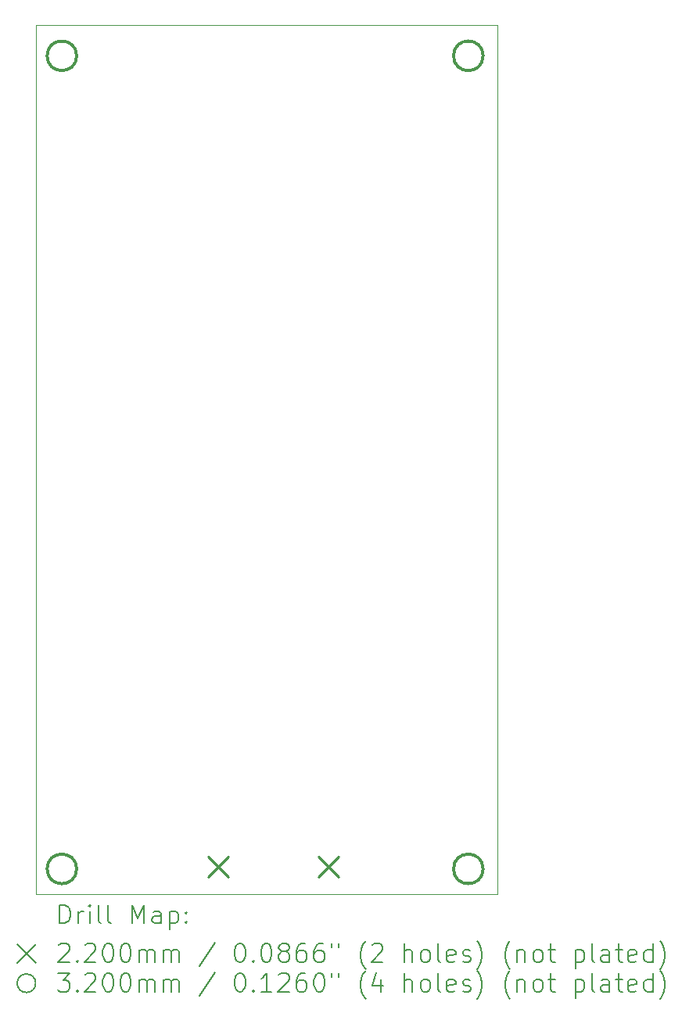
<source format=gbr>
%TF.GenerationSoftware,KiCad,Pcbnew,8.0.8-8.0.8-0~ubuntu24.04.1*%
%TF.CreationDate,2025-02-23T01:25:29-06:00*%
%TF.ProjectId,edge_human_detection_board,65646765-5f68-4756-9d61-6e5f64657465,rev?*%
%TF.SameCoordinates,Original*%
%TF.FileFunction,Drillmap*%
%TF.FilePolarity,Positive*%
%FSLAX45Y45*%
G04 Gerber Fmt 4.5, Leading zero omitted, Abs format (unit mm)*
G04 Created by KiCad (PCBNEW 8.0.8-8.0.8-0~ubuntu24.04.1) date 2025-02-23 01:25:29*
%MOMM*%
%LPD*%
G01*
G04 APERTURE LIST*
%ADD10C,0.050000*%
%ADD11C,0.200000*%
%ADD12C,0.220000*%
%ADD13C,0.320000*%
G04 APERTURE END LIST*
D10*
X8998676Y-4684868D02*
X13998676Y-4684868D01*
X13998676Y-14094868D01*
X8998676Y-14094868D01*
X8998676Y-4684868D01*
D11*
D12*
X10858676Y-13684868D02*
X11078676Y-13904868D01*
X11078676Y-13684868D02*
X10858676Y-13904868D01*
X12058676Y-13684868D02*
X12278676Y-13904868D01*
X12278676Y-13684868D02*
X12058676Y-13904868D01*
D13*
X9440000Y-5020000D02*
G75*
G02*
X9120000Y-5020000I-160000J0D01*
G01*
X9120000Y-5020000D02*
G75*
G02*
X9440000Y-5020000I160000J0D01*
G01*
X9440000Y-13820000D02*
G75*
G02*
X9120000Y-13820000I-160000J0D01*
G01*
X9120000Y-13820000D02*
G75*
G02*
X9440000Y-13820000I160000J0D01*
G01*
X13840000Y-5020000D02*
G75*
G02*
X13520000Y-5020000I-160000J0D01*
G01*
X13520000Y-5020000D02*
G75*
G02*
X13840000Y-5020000I160000J0D01*
G01*
X13840000Y-13820000D02*
G75*
G02*
X13520000Y-13820000I-160000J0D01*
G01*
X13520000Y-13820000D02*
G75*
G02*
X13840000Y-13820000I160000J0D01*
G01*
D11*
X9256953Y-14408852D02*
X9256953Y-14208852D01*
X9256953Y-14208852D02*
X9304572Y-14208852D01*
X9304572Y-14208852D02*
X9333143Y-14218376D01*
X9333143Y-14218376D02*
X9352191Y-14237423D01*
X9352191Y-14237423D02*
X9361715Y-14256471D01*
X9361715Y-14256471D02*
X9371239Y-14294566D01*
X9371239Y-14294566D02*
X9371239Y-14323137D01*
X9371239Y-14323137D02*
X9361715Y-14361233D01*
X9361715Y-14361233D02*
X9352191Y-14380280D01*
X9352191Y-14380280D02*
X9333143Y-14399328D01*
X9333143Y-14399328D02*
X9304572Y-14408852D01*
X9304572Y-14408852D02*
X9256953Y-14408852D01*
X9456953Y-14408852D02*
X9456953Y-14275518D01*
X9456953Y-14313614D02*
X9466477Y-14294566D01*
X9466477Y-14294566D02*
X9476000Y-14285042D01*
X9476000Y-14285042D02*
X9495048Y-14275518D01*
X9495048Y-14275518D02*
X9514096Y-14275518D01*
X9580762Y-14408852D02*
X9580762Y-14275518D01*
X9580762Y-14208852D02*
X9571239Y-14218376D01*
X9571239Y-14218376D02*
X9580762Y-14227899D01*
X9580762Y-14227899D02*
X9590286Y-14218376D01*
X9590286Y-14218376D02*
X9580762Y-14208852D01*
X9580762Y-14208852D02*
X9580762Y-14227899D01*
X9704572Y-14408852D02*
X9685524Y-14399328D01*
X9685524Y-14399328D02*
X9676000Y-14380280D01*
X9676000Y-14380280D02*
X9676000Y-14208852D01*
X9809334Y-14408852D02*
X9790286Y-14399328D01*
X9790286Y-14399328D02*
X9780762Y-14380280D01*
X9780762Y-14380280D02*
X9780762Y-14208852D01*
X10037905Y-14408852D02*
X10037905Y-14208852D01*
X10037905Y-14208852D02*
X10104572Y-14351709D01*
X10104572Y-14351709D02*
X10171239Y-14208852D01*
X10171239Y-14208852D02*
X10171239Y-14408852D01*
X10352191Y-14408852D02*
X10352191Y-14304090D01*
X10352191Y-14304090D02*
X10342667Y-14285042D01*
X10342667Y-14285042D02*
X10323620Y-14275518D01*
X10323620Y-14275518D02*
X10285524Y-14275518D01*
X10285524Y-14275518D02*
X10266477Y-14285042D01*
X10352191Y-14399328D02*
X10333143Y-14408852D01*
X10333143Y-14408852D02*
X10285524Y-14408852D01*
X10285524Y-14408852D02*
X10266477Y-14399328D01*
X10266477Y-14399328D02*
X10256953Y-14380280D01*
X10256953Y-14380280D02*
X10256953Y-14361233D01*
X10256953Y-14361233D02*
X10266477Y-14342185D01*
X10266477Y-14342185D02*
X10285524Y-14332661D01*
X10285524Y-14332661D02*
X10333143Y-14332661D01*
X10333143Y-14332661D02*
X10352191Y-14323137D01*
X10447429Y-14275518D02*
X10447429Y-14475518D01*
X10447429Y-14285042D02*
X10466477Y-14275518D01*
X10466477Y-14275518D02*
X10504572Y-14275518D01*
X10504572Y-14275518D02*
X10523620Y-14285042D01*
X10523620Y-14285042D02*
X10533143Y-14294566D01*
X10533143Y-14294566D02*
X10542667Y-14313614D01*
X10542667Y-14313614D02*
X10542667Y-14370756D01*
X10542667Y-14370756D02*
X10533143Y-14389804D01*
X10533143Y-14389804D02*
X10523620Y-14399328D01*
X10523620Y-14399328D02*
X10504572Y-14408852D01*
X10504572Y-14408852D02*
X10466477Y-14408852D01*
X10466477Y-14408852D02*
X10447429Y-14399328D01*
X10628381Y-14389804D02*
X10637905Y-14399328D01*
X10637905Y-14399328D02*
X10628381Y-14408852D01*
X10628381Y-14408852D02*
X10618858Y-14399328D01*
X10618858Y-14399328D02*
X10628381Y-14389804D01*
X10628381Y-14389804D02*
X10628381Y-14408852D01*
X10628381Y-14285042D02*
X10637905Y-14294566D01*
X10637905Y-14294566D02*
X10628381Y-14304090D01*
X10628381Y-14304090D02*
X10618858Y-14294566D01*
X10618858Y-14294566D02*
X10628381Y-14285042D01*
X10628381Y-14285042D02*
X10628381Y-14304090D01*
X8796176Y-14637368D02*
X8996176Y-14837368D01*
X8996176Y-14637368D02*
X8796176Y-14837368D01*
X9247429Y-14647899D02*
X9256953Y-14638376D01*
X9256953Y-14638376D02*
X9276000Y-14628852D01*
X9276000Y-14628852D02*
X9323620Y-14628852D01*
X9323620Y-14628852D02*
X9342667Y-14638376D01*
X9342667Y-14638376D02*
X9352191Y-14647899D01*
X9352191Y-14647899D02*
X9361715Y-14666947D01*
X9361715Y-14666947D02*
X9361715Y-14685995D01*
X9361715Y-14685995D02*
X9352191Y-14714566D01*
X9352191Y-14714566D02*
X9237905Y-14828852D01*
X9237905Y-14828852D02*
X9361715Y-14828852D01*
X9447429Y-14809804D02*
X9456953Y-14819328D01*
X9456953Y-14819328D02*
X9447429Y-14828852D01*
X9447429Y-14828852D02*
X9437905Y-14819328D01*
X9437905Y-14819328D02*
X9447429Y-14809804D01*
X9447429Y-14809804D02*
X9447429Y-14828852D01*
X9533143Y-14647899D02*
X9542667Y-14638376D01*
X9542667Y-14638376D02*
X9561715Y-14628852D01*
X9561715Y-14628852D02*
X9609334Y-14628852D01*
X9609334Y-14628852D02*
X9628381Y-14638376D01*
X9628381Y-14638376D02*
X9637905Y-14647899D01*
X9637905Y-14647899D02*
X9647429Y-14666947D01*
X9647429Y-14666947D02*
X9647429Y-14685995D01*
X9647429Y-14685995D02*
X9637905Y-14714566D01*
X9637905Y-14714566D02*
X9523620Y-14828852D01*
X9523620Y-14828852D02*
X9647429Y-14828852D01*
X9771239Y-14628852D02*
X9790286Y-14628852D01*
X9790286Y-14628852D02*
X9809334Y-14638376D01*
X9809334Y-14638376D02*
X9818858Y-14647899D01*
X9818858Y-14647899D02*
X9828381Y-14666947D01*
X9828381Y-14666947D02*
X9837905Y-14705042D01*
X9837905Y-14705042D02*
X9837905Y-14752661D01*
X9837905Y-14752661D02*
X9828381Y-14790756D01*
X9828381Y-14790756D02*
X9818858Y-14809804D01*
X9818858Y-14809804D02*
X9809334Y-14819328D01*
X9809334Y-14819328D02*
X9790286Y-14828852D01*
X9790286Y-14828852D02*
X9771239Y-14828852D01*
X9771239Y-14828852D02*
X9752191Y-14819328D01*
X9752191Y-14819328D02*
X9742667Y-14809804D01*
X9742667Y-14809804D02*
X9733143Y-14790756D01*
X9733143Y-14790756D02*
X9723620Y-14752661D01*
X9723620Y-14752661D02*
X9723620Y-14705042D01*
X9723620Y-14705042D02*
X9733143Y-14666947D01*
X9733143Y-14666947D02*
X9742667Y-14647899D01*
X9742667Y-14647899D02*
X9752191Y-14638376D01*
X9752191Y-14638376D02*
X9771239Y-14628852D01*
X9961715Y-14628852D02*
X9980762Y-14628852D01*
X9980762Y-14628852D02*
X9999810Y-14638376D01*
X9999810Y-14638376D02*
X10009334Y-14647899D01*
X10009334Y-14647899D02*
X10018858Y-14666947D01*
X10018858Y-14666947D02*
X10028381Y-14705042D01*
X10028381Y-14705042D02*
X10028381Y-14752661D01*
X10028381Y-14752661D02*
X10018858Y-14790756D01*
X10018858Y-14790756D02*
X10009334Y-14809804D01*
X10009334Y-14809804D02*
X9999810Y-14819328D01*
X9999810Y-14819328D02*
X9980762Y-14828852D01*
X9980762Y-14828852D02*
X9961715Y-14828852D01*
X9961715Y-14828852D02*
X9942667Y-14819328D01*
X9942667Y-14819328D02*
X9933143Y-14809804D01*
X9933143Y-14809804D02*
X9923620Y-14790756D01*
X9923620Y-14790756D02*
X9914096Y-14752661D01*
X9914096Y-14752661D02*
X9914096Y-14705042D01*
X9914096Y-14705042D02*
X9923620Y-14666947D01*
X9923620Y-14666947D02*
X9933143Y-14647899D01*
X9933143Y-14647899D02*
X9942667Y-14638376D01*
X9942667Y-14638376D02*
X9961715Y-14628852D01*
X10114096Y-14828852D02*
X10114096Y-14695518D01*
X10114096Y-14714566D02*
X10123620Y-14705042D01*
X10123620Y-14705042D02*
X10142667Y-14695518D01*
X10142667Y-14695518D02*
X10171239Y-14695518D01*
X10171239Y-14695518D02*
X10190286Y-14705042D01*
X10190286Y-14705042D02*
X10199810Y-14724090D01*
X10199810Y-14724090D02*
X10199810Y-14828852D01*
X10199810Y-14724090D02*
X10209334Y-14705042D01*
X10209334Y-14705042D02*
X10228381Y-14695518D01*
X10228381Y-14695518D02*
X10256953Y-14695518D01*
X10256953Y-14695518D02*
X10276001Y-14705042D01*
X10276001Y-14705042D02*
X10285524Y-14724090D01*
X10285524Y-14724090D02*
X10285524Y-14828852D01*
X10380762Y-14828852D02*
X10380762Y-14695518D01*
X10380762Y-14714566D02*
X10390286Y-14705042D01*
X10390286Y-14705042D02*
X10409334Y-14695518D01*
X10409334Y-14695518D02*
X10437905Y-14695518D01*
X10437905Y-14695518D02*
X10456953Y-14705042D01*
X10456953Y-14705042D02*
X10466477Y-14724090D01*
X10466477Y-14724090D02*
X10466477Y-14828852D01*
X10466477Y-14724090D02*
X10476001Y-14705042D01*
X10476001Y-14705042D02*
X10495048Y-14695518D01*
X10495048Y-14695518D02*
X10523620Y-14695518D01*
X10523620Y-14695518D02*
X10542667Y-14705042D01*
X10542667Y-14705042D02*
X10552191Y-14724090D01*
X10552191Y-14724090D02*
X10552191Y-14828852D01*
X10942667Y-14619328D02*
X10771239Y-14876471D01*
X11199810Y-14628852D02*
X11218858Y-14628852D01*
X11218858Y-14628852D02*
X11237905Y-14638376D01*
X11237905Y-14638376D02*
X11247429Y-14647899D01*
X11247429Y-14647899D02*
X11256953Y-14666947D01*
X11256953Y-14666947D02*
X11266477Y-14705042D01*
X11266477Y-14705042D02*
X11266477Y-14752661D01*
X11266477Y-14752661D02*
X11256953Y-14790756D01*
X11256953Y-14790756D02*
X11247429Y-14809804D01*
X11247429Y-14809804D02*
X11237905Y-14819328D01*
X11237905Y-14819328D02*
X11218858Y-14828852D01*
X11218858Y-14828852D02*
X11199810Y-14828852D01*
X11199810Y-14828852D02*
X11180763Y-14819328D01*
X11180763Y-14819328D02*
X11171239Y-14809804D01*
X11171239Y-14809804D02*
X11161715Y-14790756D01*
X11161715Y-14790756D02*
X11152191Y-14752661D01*
X11152191Y-14752661D02*
X11152191Y-14705042D01*
X11152191Y-14705042D02*
X11161715Y-14666947D01*
X11161715Y-14666947D02*
X11171239Y-14647899D01*
X11171239Y-14647899D02*
X11180763Y-14638376D01*
X11180763Y-14638376D02*
X11199810Y-14628852D01*
X11352191Y-14809804D02*
X11361715Y-14819328D01*
X11361715Y-14819328D02*
X11352191Y-14828852D01*
X11352191Y-14828852D02*
X11342667Y-14819328D01*
X11342667Y-14819328D02*
X11352191Y-14809804D01*
X11352191Y-14809804D02*
X11352191Y-14828852D01*
X11485524Y-14628852D02*
X11504572Y-14628852D01*
X11504572Y-14628852D02*
X11523620Y-14638376D01*
X11523620Y-14638376D02*
X11533143Y-14647899D01*
X11533143Y-14647899D02*
X11542667Y-14666947D01*
X11542667Y-14666947D02*
X11552191Y-14705042D01*
X11552191Y-14705042D02*
X11552191Y-14752661D01*
X11552191Y-14752661D02*
X11542667Y-14790756D01*
X11542667Y-14790756D02*
X11533143Y-14809804D01*
X11533143Y-14809804D02*
X11523620Y-14819328D01*
X11523620Y-14819328D02*
X11504572Y-14828852D01*
X11504572Y-14828852D02*
X11485524Y-14828852D01*
X11485524Y-14828852D02*
X11466477Y-14819328D01*
X11466477Y-14819328D02*
X11456953Y-14809804D01*
X11456953Y-14809804D02*
X11447429Y-14790756D01*
X11447429Y-14790756D02*
X11437905Y-14752661D01*
X11437905Y-14752661D02*
X11437905Y-14705042D01*
X11437905Y-14705042D02*
X11447429Y-14666947D01*
X11447429Y-14666947D02*
X11456953Y-14647899D01*
X11456953Y-14647899D02*
X11466477Y-14638376D01*
X11466477Y-14638376D02*
X11485524Y-14628852D01*
X11666477Y-14714566D02*
X11647429Y-14705042D01*
X11647429Y-14705042D02*
X11637905Y-14695518D01*
X11637905Y-14695518D02*
X11628382Y-14676471D01*
X11628382Y-14676471D02*
X11628382Y-14666947D01*
X11628382Y-14666947D02*
X11637905Y-14647899D01*
X11637905Y-14647899D02*
X11647429Y-14638376D01*
X11647429Y-14638376D02*
X11666477Y-14628852D01*
X11666477Y-14628852D02*
X11704572Y-14628852D01*
X11704572Y-14628852D02*
X11723620Y-14638376D01*
X11723620Y-14638376D02*
X11733143Y-14647899D01*
X11733143Y-14647899D02*
X11742667Y-14666947D01*
X11742667Y-14666947D02*
X11742667Y-14676471D01*
X11742667Y-14676471D02*
X11733143Y-14695518D01*
X11733143Y-14695518D02*
X11723620Y-14705042D01*
X11723620Y-14705042D02*
X11704572Y-14714566D01*
X11704572Y-14714566D02*
X11666477Y-14714566D01*
X11666477Y-14714566D02*
X11647429Y-14724090D01*
X11647429Y-14724090D02*
X11637905Y-14733614D01*
X11637905Y-14733614D02*
X11628382Y-14752661D01*
X11628382Y-14752661D02*
X11628382Y-14790756D01*
X11628382Y-14790756D02*
X11637905Y-14809804D01*
X11637905Y-14809804D02*
X11647429Y-14819328D01*
X11647429Y-14819328D02*
X11666477Y-14828852D01*
X11666477Y-14828852D02*
X11704572Y-14828852D01*
X11704572Y-14828852D02*
X11723620Y-14819328D01*
X11723620Y-14819328D02*
X11733143Y-14809804D01*
X11733143Y-14809804D02*
X11742667Y-14790756D01*
X11742667Y-14790756D02*
X11742667Y-14752661D01*
X11742667Y-14752661D02*
X11733143Y-14733614D01*
X11733143Y-14733614D02*
X11723620Y-14724090D01*
X11723620Y-14724090D02*
X11704572Y-14714566D01*
X11914096Y-14628852D02*
X11876001Y-14628852D01*
X11876001Y-14628852D02*
X11856953Y-14638376D01*
X11856953Y-14638376D02*
X11847429Y-14647899D01*
X11847429Y-14647899D02*
X11828382Y-14676471D01*
X11828382Y-14676471D02*
X11818858Y-14714566D01*
X11818858Y-14714566D02*
X11818858Y-14790756D01*
X11818858Y-14790756D02*
X11828382Y-14809804D01*
X11828382Y-14809804D02*
X11837905Y-14819328D01*
X11837905Y-14819328D02*
X11856953Y-14828852D01*
X11856953Y-14828852D02*
X11895048Y-14828852D01*
X11895048Y-14828852D02*
X11914096Y-14819328D01*
X11914096Y-14819328D02*
X11923620Y-14809804D01*
X11923620Y-14809804D02*
X11933143Y-14790756D01*
X11933143Y-14790756D02*
X11933143Y-14743137D01*
X11933143Y-14743137D02*
X11923620Y-14724090D01*
X11923620Y-14724090D02*
X11914096Y-14714566D01*
X11914096Y-14714566D02*
X11895048Y-14705042D01*
X11895048Y-14705042D02*
X11856953Y-14705042D01*
X11856953Y-14705042D02*
X11837905Y-14714566D01*
X11837905Y-14714566D02*
X11828382Y-14724090D01*
X11828382Y-14724090D02*
X11818858Y-14743137D01*
X12104572Y-14628852D02*
X12066477Y-14628852D01*
X12066477Y-14628852D02*
X12047429Y-14638376D01*
X12047429Y-14638376D02*
X12037905Y-14647899D01*
X12037905Y-14647899D02*
X12018858Y-14676471D01*
X12018858Y-14676471D02*
X12009334Y-14714566D01*
X12009334Y-14714566D02*
X12009334Y-14790756D01*
X12009334Y-14790756D02*
X12018858Y-14809804D01*
X12018858Y-14809804D02*
X12028382Y-14819328D01*
X12028382Y-14819328D02*
X12047429Y-14828852D01*
X12047429Y-14828852D02*
X12085524Y-14828852D01*
X12085524Y-14828852D02*
X12104572Y-14819328D01*
X12104572Y-14819328D02*
X12114096Y-14809804D01*
X12114096Y-14809804D02*
X12123620Y-14790756D01*
X12123620Y-14790756D02*
X12123620Y-14743137D01*
X12123620Y-14743137D02*
X12114096Y-14724090D01*
X12114096Y-14724090D02*
X12104572Y-14714566D01*
X12104572Y-14714566D02*
X12085524Y-14705042D01*
X12085524Y-14705042D02*
X12047429Y-14705042D01*
X12047429Y-14705042D02*
X12028382Y-14714566D01*
X12028382Y-14714566D02*
X12018858Y-14724090D01*
X12018858Y-14724090D02*
X12009334Y-14743137D01*
X12199810Y-14628852D02*
X12199810Y-14666947D01*
X12276001Y-14628852D02*
X12276001Y-14666947D01*
X12571239Y-14905042D02*
X12561715Y-14895518D01*
X12561715Y-14895518D02*
X12542667Y-14866947D01*
X12542667Y-14866947D02*
X12533144Y-14847899D01*
X12533144Y-14847899D02*
X12523620Y-14819328D01*
X12523620Y-14819328D02*
X12514096Y-14771709D01*
X12514096Y-14771709D02*
X12514096Y-14733614D01*
X12514096Y-14733614D02*
X12523620Y-14685995D01*
X12523620Y-14685995D02*
X12533144Y-14657423D01*
X12533144Y-14657423D02*
X12542667Y-14638376D01*
X12542667Y-14638376D02*
X12561715Y-14609804D01*
X12561715Y-14609804D02*
X12571239Y-14600280D01*
X12637905Y-14647899D02*
X12647429Y-14638376D01*
X12647429Y-14638376D02*
X12666477Y-14628852D01*
X12666477Y-14628852D02*
X12714096Y-14628852D01*
X12714096Y-14628852D02*
X12733144Y-14638376D01*
X12733144Y-14638376D02*
X12742667Y-14647899D01*
X12742667Y-14647899D02*
X12752191Y-14666947D01*
X12752191Y-14666947D02*
X12752191Y-14685995D01*
X12752191Y-14685995D02*
X12742667Y-14714566D01*
X12742667Y-14714566D02*
X12628382Y-14828852D01*
X12628382Y-14828852D02*
X12752191Y-14828852D01*
X12990286Y-14828852D02*
X12990286Y-14628852D01*
X13076001Y-14828852D02*
X13076001Y-14724090D01*
X13076001Y-14724090D02*
X13066477Y-14705042D01*
X13066477Y-14705042D02*
X13047429Y-14695518D01*
X13047429Y-14695518D02*
X13018858Y-14695518D01*
X13018858Y-14695518D02*
X12999810Y-14705042D01*
X12999810Y-14705042D02*
X12990286Y-14714566D01*
X13199810Y-14828852D02*
X13180763Y-14819328D01*
X13180763Y-14819328D02*
X13171239Y-14809804D01*
X13171239Y-14809804D02*
X13161715Y-14790756D01*
X13161715Y-14790756D02*
X13161715Y-14733614D01*
X13161715Y-14733614D02*
X13171239Y-14714566D01*
X13171239Y-14714566D02*
X13180763Y-14705042D01*
X13180763Y-14705042D02*
X13199810Y-14695518D01*
X13199810Y-14695518D02*
X13228382Y-14695518D01*
X13228382Y-14695518D02*
X13247429Y-14705042D01*
X13247429Y-14705042D02*
X13256953Y-14714566D01*
X13256953Y-14714566D02*
X13266477Y-14733614D01*
X13266477Y-14733614D02*
X13266477Y-14790756D01*
X13266477Y-14790756D02*
X13256953Y-14809804D01*
X13256953Y-14809804D02*
X13247429Y-14819328D01*
X13247429Y-14819328D02*
X13228382Y-14828852D01*
X13228382Y-14828852D02*
X13199810Y-14828852D01*
X13380763Y-14828852D02*
X13361715Y-14819328D01*
X13361715Y-14819328D02*
X13352191Y-14800280D01*
X13352191Y-14800280D02*
X13352191Y-14628852D01*
X13533144Y-14819328D02*
X13514096Y-14828852D01*
X13514096Y-14828852D02*
X13476001Y-14828852D01*
X13476001Y-14828852D02*
X13456953Y-14819328D01*
X13456953Y-14819328D02*
X13447429Y-14800280D01*
X13447429Y-14800280D02*
X13447429Y-14724090D01*
X13447429Y-14724090D02*
X13456953Y-14705042D01*
X13456953Y-14705042D02*
X13476001Y-14695518D01*
X13476001Y-14695518D02*
X13514096Y-14695518D01*
X13514096Y-14695518D02*
X13533144Y-14705042D01*
X13533144Y-14705042D02*
X13542667Y-14724090D01*
X13542667Y-14724090D02*
X13542667Y-14743137D01*
X13542667Y-14743137D02*
X13447429Y-14762185D01*
X13618858Y-14819328D02*
X13637906Y-14828852D01*
X13637906Y-14828852D02*
X13676001Y-14828852D01*
X13676001Y-14828852D02*
X13695048Y-14819328D01*
X13695048Y-14819328D02*
X13704572Y-14800280D01*
X13704572Y-14800280D02*
X13704572Y-14790756D01*
X13704572Y-14790756D02*
X13695048Y-14771709D01*
X13695048Y-14771709D02*
X13676001Y-14762185D01*
X13676001Y-14762185D02*
X13647429Y-14762185D01*
X13647429Y-14762185D02*
X13628382Y-14752661D01*
X13628382Y-14752661D02*
X13618858Y-14733614D01*
X13618858Y-14733614D02*
X13618858Y-14724090D01*
X13618858Y-14724090D02*
X13628382Y-14705042D01*
X13628382Y-14705042D02*
X13647429Y-14695518D01*
X13647429Y-14695518D02*
X13676001Y-14695518D01*
X13676001Y-14695518D02*
X13695048Y-14705042D01*
X13771239Y-14905042D02*
X13780763Y-14895518D01*
X13780763Y-14895518D02*
X13799810Y-14866947D01*
X13799810Y-14866947D02*
X13809334Y-14847899D01*
X13809334Y-14847899D02*
X13818858Y-14819328D01*
X13818858Y-14819328D02*
X13828382Y-14771709D01*
X13828382Y-14771709D02*
X13828382Y-14733614D01*
X13828382Y-14733614D02*
X13818858Y-14685995D01*
X13818858Y-14685995D02*
X13809334Y-14657423D01*
X13809334Y-14657423D02*
X13799810Y-14638376D01*
X13799810Y-14638376D02*
X13780763Y-14609804D01*
X13780763Y-14609804D02*
X13771239Y-14600280D01*
X14133144Y-14905042D02*
X14123620Y-14895518D01*
X14123620Y-14895518D02*
X14104572Y-14866947D01*
X14104572Y-14866947D02*
X14095048Y-14847899D01*
X14095048Y-14847899D02*
X14085525Y-14819328D01*
X14085525Y-14819328D02*
X14076001Y-14771709D01*
X14076001Y-14771709D02*
X14076001Y-14733614D01*
X14076001Y-14733614D02*
X14085525Y-14685995D01*
X14085525Y-14685995D02*
X14095048Y-14657423D01*
X14095048Y-14657423D02*
X14104572Y-14638376D01*
X14104572Y-14638376D02*
X14123620Y-14609804D01*
X14123620Y-14609804D02*
X14133144Y-14600280D01*
X14209334Y-14695518D02*
X14209334Y-14828852D01*
X14209334Y-14714566D02*
X14218858Y-14705042D01*
X14218858Y-14705042D02*
X14237906Y-14695518D01*
X14237906Y-14695518D02*
X14266477Y-14695518D01*
X14266477Y-14695518D02*
X14285525Y-14705042D01*
X14285525Y-14705042D02*
X14295048Y-14724090D01*
X14295048Y-14724090D02*
X14295048Y-14828852D01*
X14418858Y-14828852D02*
X14399810Y-14819328D01*
X14399810Y-14819328D02*
X14390287Y-14809804D01*
X14390287Y-14809804D02*
X14380763Y-14790756D01*
X14380763Y-14790756D02*
X14380763Y-14733614D01*
X14380763Y-14733614D02*
X14390287Y-14714566D01*
X14390287Y-14714566D02*
X14399810Y-14705042D01*
X14399810Y-14705042D02*
X14418858Y-14695518D01*
X14418858Y-14695518D02*
X14447429Y-14695518D01*
X14447429Y-14695518D02*
X14466477Y-14705042D01*
X14466477Y-14705042D02*
X14476001Y-14714566D01*
X14476001Y-14714566D02*
X14485525Y-14733614D01*
X14485525Y-14733614D02*
X14485525Y-14790756D01*
X14485525Y-14790756D02*
X14476001Y-14809804D01*
X14476001Y-14809804D02*
X14466477Y-14819328D01*
X14466477Y-14819328D02*
X14447429Y-14828852D01*
X14447429Y-14828852D02*
X14418858Y-14828852D01*
X14542668Y-14695518D02*
X14618858Y-14695518D01*
X14571239Y-14628852D02*
X14571239Y-14800280D01*
X14571239Y-14800280D02*
X14580763Y-14819328D01*
X14580763Y-14819328D02*
X14599810Y-14828852D01*
X14599810Y-14828852D02*
X14618858Y-14828852D01*
X14837906Y-14695518D02*
X14837906Y-14895518D01*
X14837906Y-14705042D02*
X14856953Y-14695518D01*
X14856953Y-14695518D02*
X14895049Y-14695518D01*
X14895049Y-14695518D02*
X14914096Y-14705042D01*
X14914096Y-14705042D02*
X14923620Y-14714566D01*
X14923620Y-14714566D02*
X14933144Y-14733614D01*
X14933144Y-14733614D02*
X14933144Y-14790756D01*
X14933144Y-14790756D02*
X14923620Y-14809804D01*
X14923620Y-14809804D02*
X14914096Y-14819328D01*
X14914096Y-14819328D02*
X14895049Y-14828852D01*
X14895049Y-14828852D02*
X14856953Y-14828852D01*
X14856953Y-14828852D02*
X14837906Y-14819328D01*
X15047429Y-14828852D02*
X15028382Y-14819328D01*
X15028382Y-14819328D02*
X15018858Y-14800280D01*
X15018858Y-14800280D02*
X15018858Y-14628852D01*
X15209334Y-14828852D02*
X15209334Y-14724090D01*
X15209334Y-14724090D02*
X15199810Y-14705042D01*
X15199810Y-14705042D02*
X15180763Y-14695518D01*
X15180763Y-14695518D02*
X15142668Y-14695518D01*
X15142668Y-14695518D02*
X15123620Y-14705042D01*
X15209334Y-14819328D02*
X15190287Y-14828852D01*
X15190287Y-14828852D02*
X15142668Y-14828852D01*
X15142668Y-14828852D02*
X15123620Y-14819328D01*
X15123620Y-14819328D02*
X15114096Y-14800280D01*
X15114096Y-14800280D02*
X15114096Y-14781233D01*
X15114096Y-14781233D02*
X15123620Y-14762185D01*
X15123620Y-14762185D02*
X15142668Y-14752661D01*
X15142668Y-14752661D02*
X15190287Y-14752661D01*
X15190287Y-14752661D02*
X15209334Y-14743137D01*
X15276001Y-14695518D02*
X15352191Y-14695518D01*
X15304572Y-14628852D02*
X15304572Y-14800280D01*
X15304572Y-14800280D02*
X15314096Y-14819328D01*
X15314096Y-14819328D02*
X15333144Y-14828852D01*
X15333144Y-14828852D02*
X15352191Y-14828852D01*
X15495049Y-14819328D02*
X15476001Y-14828852D01*
X15476001Y-14828852D02*
X15437906Y-14828852D01*
X15437906Y-14828852D02*
X15418858Y-14819328D01*
X15418858Y-14819328D02*
X15409334Y-14800280D01*
X15409334Y-14800280D02*
X15409334Y-14724090D01*
X15409334Y-14724090D02*
X15418858Y-14705042D01*
X15418858Y-14705042D02*
X15437906Y-14695518D01*
X15437906Y-14695518D02*
X15476001Y-14695518D01*
X15476001Y-14695518D02*
X15495049Y-14705042D01*
X15495049Y-14705042D02*
X15504572Y-14724090D01*
X15504572Y-14724090D02*
X15504572Y-14743137D01*
X15504572Y-14743137D02*
X15409334Y-14762185D01*
X15676001Y-14828852D02*
X15676001Y-14628852D01*
X15676001Y-14819328D02*
X15656953Y-14828852D01*
X15656953Y-14828852D02*
X15618858Y-14828852D01*
X15618858Y-14828852D02*
X15599810Y-14819328D01*
X15599810Y-14819328D02*
X15590287Y-14809804D01*
X15590287Y-14809804D02*
X15580763Y-14790756D01*
X15580763Y-14790756D02*
X15580763Y-14733614D01*
X15580763Y-14733614D02*
X15590287Y-14714566D01*
X15590287Y-14714566D02*
X15599810Y-14705042D01*
X15599810Y-14705042D02*
X15618858Y-14695518D01*
X15618858Y-14695518D02*
X15656953Y-14695518D01*
X15656953Y-14695518D02*
X15676001Y-14705042D01*
X15752191Y-14905042D02*
X15761715Y-14895518D01*
X15761715Y-14895518D02*
X15780763Y-14866947D01*
X15780763Y-14866947D02*
X15790287Y-14847899D01*
X15790287Y-14847899D02*
X15799810Y-14819328D01*
X15799810Y-14819328D02*
X15809334Y-14771709D01*
X15809334Y-14771709D02*
X15809334Y-14733614D01*
X15809334Y-14733614D02*
X15799810Y-14685995D01*
X15799810Y-14685995D02*
X15790287Y-14657423D01*
X15790287Y-14657423D02*
X15780763Y-14638376D01*
X15780763Y-14638376D02*
X15761715Y-14609804D01*
X15761715Y-14609804D02*
X15752191Y-14600280D01*
X8996176Y-15057368D02*
G75*
G02*
X8796176Y-15057368I-100000J0D01*
G01*
X8796176Y-15057368D02*
G75*
G02*
X8996176Y-15057368I100000J0D01*
G01*
X9237905Y-14948852D02*
X9361715Y-14948852D01*
X9361715Y-14948852D02*
X9295048Y-15025042D01*
X9295048Y-15025042D02*
X9323620Y-15025042D01*
X9323620Y-15025042D02*
X9342667Y-15034566D01*
X9342667Y-15034566D02*
X9352191Y-15044090D01*
X9352191Y-15044090D02*
X9361715Y-15063137D01*
X9361715Y-15063137D02*
X9361715Y-15110756D01*
X9361715Y-15110756D02*
X9352191Y-15129804D01*
X9352191Y-15129804D02*
X9342667Y-15139328D01*
X9342667Y-15139328D02*
X9323620Y-15148852D01*
X9323620Y-15148852D02*
X9266477Y-15148852D01*
X9266477Y-15148852D02*
X9247429Y-15139328D01*
X9247429Y-15139328D02*
X9237905Y-15129804D01*
X9447429Y-15129804D02*
X9456953Y-15139328D01*
X9456953Y-15139328D02*
X9447429Y-15148852D01*
X9447429Y-15148852D02*
X9437905Y-15139328D01*
X9437905Y-15139328D02*
X9447429Y-15129804D01*
X9447429Y-15129804D02*
X9447429Y-15148852D01*
X9533143Y-14967899D02*
X9542667Y-14958376D01*
X9542667Y-14958376D02*
X9561715Y-14948852D01*
X9561715Y-14948852D02*
X9609334Y-14948852D01*
X9609334Y-14948852D02*
X9628381Y-14958376D01*
X9628381Y-14958376D02*
X9637905Y-14967899D01*
X9637905Y-14967899D02*
X9647429Y-14986947D01*
X9647429Y-14986947D02*
X9647429Y-15005995D01*
X9647429Y-15005995D02*
X9637905Y-15034566D01*
X9637905Y-15034566D02*
X9523620Y-15148852D01*
X9523620Y-15148852D02*
X9647429Y-15148852D01*
X9771239Y-14948852D02*
X9790286Y-14948852D01*
X9790286Y-14948852D02*
X9809334Y-14958376D01*
X9809334Y-14958376D02*
X9818858Y-14967899D01*
X9818858Y-14967899D02*
X9828381Y-14986947D01*
X9828381Y-14986947D02*
X9837905Y-15025042D01*
X9837905Y-15025042D02*
X9837905Y-15072661D01*
X9837905Y-15072661D02*
X9828381Y-15110756D01*
X9828381Y-15110756D02*
X9818858Y-15129804D01*
X9818858Y-15129804D02*
X9809334Y-15139328D01*
X9809334Y-15139328D02*
X9790286Y-15148852D01*
X9790286Y-15148852D02*
X9771239Y-15148852D01*
X9771239Y-15148852D02*
X9752191Y-15139328D01*
X9752191Y-15139328D02*
X9742667Y-15129804D01*
X9742667Y-15129804D02*
X9733143Y-15110756D01*
X9733143Y-15110756D02*
X9723620Y-15072661D01*
X9723620Y-15072661D02*
X9723620Y-15025042D01*
X9723620Y-15025042D02*
X9733143Y-14986947D01*
X9733143Y-14986947D02*
X9742667Y-14967899D01*
X9742667Y-14967899D02*
X9752191Y-14958376D01*
X9752191Y-14958376D02*
X9771239Y-14948852D01*
X9961715Y-14948852D02*
X9980762Y-14948852D01*
X9980762Y-14948852D02*
X9999810Y-14958376D01*
X9999810Y-14958376D02*
X10009334Y-14967899D01*
X10009334Y-14967899D02*
X10018858Y-14986947D01*
X10018858Y-14986947D02*
X10028381Y-15025042D01*
X10028381Y-15025042D02*
X10028381Y-15072661D01*
X10028381Y-15072661D02*
X10018858Y-15110756D01*
X10018858Y-15110756D02*
X10009334Y-15129804D01*
X10009334Y-15129804D02*
X9999810Y-15139328D01*
X9999810Y-15139328D02*
X9980762Y-15148852D01*
X9980762Y-15148852D02*
X9961715Y-15148852D01*
X9961715Y-15148852D02*
X9942667Y-15139328D01*
X9942667Y-15139328D02*
X9933143Y-15129804D01*
X9933143Y-15129804D02*
X9923620Y-15110756D01*
X9923620Y-15110756D02*
X9914096Y-15072661D01*
X9914096Y-15072661D02*
X9914096Y-15025042D01*
X9914096Y-15025042D02*
X9923620Y-14986947D01*
X9923620Y-14986947D02*
X9933143Y-14967899D01*
X9933143Y-14967899D02*
X9942667Y-14958376D01*
X9942667Y-14958376D02*
X9961715Y-14948852D01*
X10114096Y-15148852D02*
X10114096Y-15015518D01*
X10114096Y-15034566D02*
X10123620Y-15025042D01*
X10123620Y-15025042D02*
X10142667Y-15015518D01*
X10142667Y-15015518D02*
X10171239Y-15015518D01*
X10171239Y-15015518D02*
X10190286Y-15025042D01*
X10190286Y-15025042D02*
X10199810Y-15044090D01*
X10199810Y-15044090D02*
X10199810Y-15148852D01*
X10199810Y-15044090D02*
X10209334Y-15025042D01*
X10209334Y-15025042D02*
X10228381Y-15015518D01*
X10228381Y-15015518D02*
X10256953Y-15015518D01*
X10256953Y-15015518D02*
X10276001Y-15025042D01*
X10276001Y-15025042D02*
X10285524Y-15044090D01*
X10285524Y-15044090D02*
X10285524Y-15148852D01*
X10380762Y-15148852D02*
X10380762Y-15015518D01*
X10380762Y-15034566D02*
X10390286Y-15025042D01*
X10390286Y-15025042D02*
X10409334Y-15015518D01*
X10409334Y-15015518D02*
X10437905Y-15015518D01*
X10437905Y-15015518D02*
X10456953Y-15025042D01*
X10456953Y-15025042D02*
X10466477Y-15044090D01*
X10466477Y-15044090D02*
X10466477Y-15148852D01*
X10466477Y-15044090D02*
X10476001Y-15025042D01*
X10476001Y-15025042D02*
X10495048Y-15015518D01*
X10495048Y-15015518D02*
X10523620Y-15015518D01*
X10523620Y-15015518D02*
X10542667Y-15025042D01*
X10542667Y-15025042D02*
X10552191Y-15044090D01*
X10552191Y-15044090D02*
X10552191Y-15148852D01*
X10942667Y-14939328D02*
X10771239Y-15196471D01*
X11199810Y-14948852D02*
X11218858Y-14948852D01*
X11218858Y-14948852D02*
X11237905Y-14958376D01*
X11237905Y-14958376D02*
X11247429Y-14967899D01*
X11247429Y-14967899D02*
X11256953Y-14986947D01*
X11256953Y-14986947D02*
X11266477Y-15025042D01*
X11266477Y-15025042D02*
X11266477Y-15072661D01*
X11266477Y-15072661D02*
X11256953Y-15110756D01*
X11256953Y-15110756D02*
X11247429Y-15129804D01*
X11247429Y-15129804D02*
X11237905Y-15139328D01*
X11237905Y-15139328D02*
X11218858Y-15148852D01*
X11218858Y-15148852D02*
X11199810Y-15148852D01*
X11199810Y-15148852D02*
X11180763Y-15139328D01*
X11180763Y-15139328D02*
X11171239Y-15129804D01*
X11171239Y-15129804D02*
X11161715Y-15110756D01*
X11161715Y-15110756D02*
X11152191Y-15072661D01*
X11152191Y-15072661D02*
X11152191Y-15025042D01*
X11152191Y-15025042D02*
X11161715Y-14986947D01*
X11161715Y-14986947D02*
X11171239Y-14967899D01*
X11171239Y-14967899D02*
X11180763Y-14958376D01*
X11180763Y-14958376D02*
X11199810Y-14948852D01*
X11352191Y-15129804D02*
X11361715Y-15139328D01*
X11361715Y-15139328D02*
X11352191Y-15148852D01*
X11352191Y-15148852D02*
X11342667Y-15139328D01*
X11342667Y-15139328D02*
X11352191Y-15129804D01*
X11352191Y-15129804D02*
X11352191Y-15148852D01*
X11552191Y-15148852D02*
X11437905Y-15148852D01*
X11495048Y-15148852D02*
X11495048Y-14948852D01*
X11495048Y-14948852D02*
X11476001Y-14977423D01*
X11476001Y-14977423D02*
X11456953Y-14996471D01*
X11456953Y-14996471D02*
X11437905Y-15005995D01*
X11628382Y-14967899D02*
X11637905Y-14958376D01*
X11637905Y-14958376D02*
X11656953Y-14948852D01*
X11656953Y-14948852D02*
X11704572Y-14948852D01*
X11704572Y-14948852D02*
X11723620Y-14958376D01*
X11723620Y-14958376D02*
X11733143Y-14967899D01*
X11733143Y-14967899D02*
X11742667Y-14986947D01*
X11742667Y-14986947D02*
X11742667Y-15005995D01*
X11742667Y-15005995D02*
X11733143Y-15034566D01*
X11733143Y-15034566D02*
X11618858Y-15148852D01*
X11618858Y-15148852D02*
X11742667Y-15148852D01*
X11914096Y-14948852D02*
X11876001Y-14948852D01*
X11876001Y-14948852D02*
X11856953Y-14958376D01*
X11856953Y-14958376D02*
X11847429Y-14967899D01*
X11847429Y-14967899D02*
X11828382Y-14996471D01*
X11828382Y-14996471D02*
X11818858Y-15034566D01*
X11818858Y-15034566D02*
X11818858Y-15110756D01*
X11818858Y-15110756D02*
X11828382Y-15129804D01*
X11828382Y-15129804D02*
X11837905Y-15139328D01*
X11837905Y-15139328D02*
X11856953Y-15148852D01*
X11856953Y-15148852D02*
X11895048Y-15148852D01*
X11895048Y-15148852D02*
X11914096Y-15139328D01*
X11914096Y-15139328D02*
X11923620Y-15129804D01*
X11923620Y-15129804D02*
X11933143Y-15110756D01*
X11933143Y-15110756D02*
X11933143Y-15063137D01*
X11933143Y-15063137D02*
X11923620Y-15044090D01*
X11923620Y-15044090D02*
X11914096Y-15034566D01*
X11914096Y-15034566D02*
X11895048Y-15025042D01*
X11895048Y-15025042D02*
X11856953Y-15025042D01*
X11856953Y-15025042D02*
X11837905Y-15034566D01*
X11837905Y-15034566D02*
X11828382Y-15044090D01*
X11828382Y-15044090D02*
X11818858Y-15063137D01*
X12056953Y-14948852D02*
X12076001Y-14948852D01*
X12076001Y-14948852D02*
X12095048Y-14958376D01*
X12095048Y-14958376D02*
X12104572Y-14967899D01*
X12104572Y-14967899D02*
X12114096Y-14986947D01*
X12114096Y-14986947D02*
X12123620Y-15025042D01*
X12123620Y-15025042D02*
X12123620Y-15072661D01*
X12123620Y-15072661D02*
X12114096Y-15110756D01*
X12114096Y-15110756D02*
X12104572Y-15129804D01*
X12104572Y-15129804D02*
X12095048Y-15139328D01*
X12095048Y-15139328D02*
X12076001Y-15148852D01*
X12076001Y-15148852D02*
X12056953Y-15148852D01*
X12056953Y-15148852D02*
X12037905Y-15139328D01*
X12037905Y-15139328D02*
X12028382Y-15129804D01*
X12028382Y-15129804D02*
X12018858Y-15110756D01*
X12018858Y-15110756D02*
X12009334Y-15072661D01*
X12009334Y-15072661D02*
X12009334Y-15025042D01*
X12009334Y-15025042D02*
X12018858Y-14986947D01*
X12018858Y-14986947D02*
X12028382Y-14967899D01*
X12028382Y-14967899D02*
X12037905Y-14958376D01*
X12037905Y-14958376D02*
X12056953Y-14948852D01*
X12199810Y-14948852D02*
X12199810Y-14986947D01*
X12276001Y-14948852D02*
X12276001Y-14986947D01*
X12571239Y-15225042D02*
X12561715Y-15215518D01*
X12561715Y-15215518D02*
X12542667Y-15186947D01*
X12542667Y-15186947D02*
X12533144Y-15167899D01*
X12533144Y-15167899D02*
X12523620Y-15139328D01*
X12523620Y-15139328D02*
X12514096Y-15091709D01*
X12514096Y-15091709D02*
X12514096Y-15053614D01*
X12514096Y-15053614D02*
X12523620Y-15005995D01*
X12523620Y-15005995D02*
X12533144Y-14977423D01*
X12533144Y-14977423D02*
X12542667Y-14958376D01*
X12542667Y-14958376D02*
X12561715Y-14929804D01*
X12561715Y-14929804D02*
X12571239Y-14920280D01*
X12733144Y-15015518D02*
X12733144Y-15148852D01*
X12685524Y-14939328D02*
X12637905Y-15082185D01*
X12637905Y-15082185D02*
X12761715Y-15082185D01*
X12990286Y-15148852D02*
X12990286Y-14948852D01*
X13076001Y-15148852D02*
X13076001Y-15044090D01*
X13076001Y-15044090D02*
X13066477Y-15025042D01*
X13066477Y-15025042D02*
X13047429Y-15015518D01*
X13047429Y-15015518D02*
X13018858Y-15015518D01*
X13018858Y-15015518D02*
X12999810Y-15025042D01*
X12999810Y-15025042D02*
X12990286Y-15034566D01*
X13199810Y-15148852D02*
X13180763Y-15139328D01*
X13180763Y-15139328D02*
X13171239Y-15129804D01*
X13171239Y-15129804D02*
X13161715Y-15110756D01*
X13161715Y-15110756D02*
X13161715Y-15053614D01*
X13161715Y-15053614D02*
X13171239Y-15034566D01*
X13171239Y-15034566D02*
X13180763Y-15025042D01*
X13180763Y-15025042D02*
X13199810Y-15015518D01*
X13199810Y-15015518D02*
X13228382Y-15015518D01*
X13228382Y-15015518D02*
X13247429Y-15025042D01*
X13247429Y-15025042D02*
X13256953Y-15034566D01*
X13256953Y-15034566D02*
X13266477Y-15053614D01*
X13266477Y-15053614D02*
X13266477Y-15110756D01*
X13266477Y-15110756D02*
X13256953Y-15129804D01*
X13256953Y-15129804D02*
X13247429Y-15139328D01*
X13247429Y-15139328D02*
X13228382Y-15148852D01*
X13228382Y-15148852D02*
X13199810Y-15148852D01*
X13380763Y-15148852D02*
X13361715Y-15139328D01*
X13361715Y-15139328D02*
X13352191Y-15120280D01*
X13352191Y-15120280D02*
X13352191Y-14948852D01*
X13533144Y-15139328D02*
X13514096Y-15148852D01*
X13514096Y-15148852D02*
X13476001Y-15148852D01*
X13476001Y-15148852D02*
X13456953Y-15139328D01*
X13456953Y-15139328D02*
X13447429Y-15120280D01*
X13447429Y-15120280D02*
X13447429Y-15044090D01*
X13447429Y-15044090D02*
X13456953Y-15025042D01*
X13456953Y-15025042D02*
X13476001Y-15015518D01*
X13476001Y-15015518D02*
X13514096Y-15015518D01*
X13514096Y-15015518D02*
X13533144Y-15025042D01*
X13533144Y-15025042D02*
X13542667Y-15044090D01*
X13542667Y-15044090D02*
X13542667Y-15063137D01*
X13542667Y-15063137D02*
X13447429Y-15082185D01*
X13618858Y-15139328D02*
X13637906Y-15148852D01*
X13637906Y-15148852D02*
X13676001Y-15148852D01*
X13676001Y-15148852D02*
X13695048Y-15139328D01*
X13695048Y-15139328D02*
X13704572Y-15120280D01*
X13704572Y-15120280D02*
X13704572Y-15110756D01*
X13704572Y-15110756D02*
X13695048Y-15091709D01*
X13695048Y-15091709D02*
X13676001Y-15082185D01*
X13676001Y-15082185D02*
X13647429Y-15082185D01*
X13647429Y-15082185D02*
X13628382Y-15072661D01*
X13628382Y-15072661D02*
X13618858Y-15053614D01*
X13618858Y-15053614D02*
X13618858Y-15044090D01*
X13618858Y-15044090D02*
X13628382Y-15025042D01*
X13628382Y-15025042D02*
X13647429Y-15015518D01*
X13647429Y-15015518D02*
X13676001Y-15015518D01*
X13676001Y-15015518D02*
X13695048Y-15025042D01*
X13771239Y-15225042D02*
X13780763Y-15215518D01*
X13780763Y-15215518D02*
X13799810Y-15186947D01*
X13799810Y-15186947D02*
X13809334Y-15167899D01*
X13809334Y-15167899D02*
X13818858Y-15139328D01*
X13818858Y-15139328D02*
X13828382Y-15091709D01*
X13828382Y-15091709D02*
X13828382Y-15053614D01*
X13828382Y-15053614D02*
X13818858Y-15005995D01*
X13818858Y-15005995D02*
X13809334Y-14977423D01*
X13809334Y-14977423D02*
X13799810Y-14958376D01*
X13799810Y-14958376D02*
X13780763Y-14929804D01*
X13780763Y-14929804D02*
X13771239Y-14920280D01*
X14133144Y-15225042D02*
X14123620Y-15215518D01*
X14123620Y-15215518D02*
X14104572Y-15186947D01*
X14104572Y-15186947D02*
X14095048Y-15167899D01*
X14095048Y-15167899D02*
X14085525Y-15139328D01*
X14085525Y-15139328D02*
X14076001Y-15091709D01*
X14076001Y-15091709D02*
X14076001Y-15053614D01*
X14076001Y-15053614D02*
X14085525Y-15005995D01*
X14085525Y-15005995D02*
X14095048Y-14977423D01*
X14095048Y-14977423D02*
X14104572Y-14958376D01*
X14104572Y-14958376D02*
X14123620Y-14929804D01*
X14123620Y-14929804D02*
X14133144Y-14920280D01*
X14209334Y-15015518D02*
X14209334Y-15148852D01*
X14209334Y-15034566D02*
X14218858Y-15025042D01*
X14218858Y-15025042D02*
X14237906Y-15015518D01*
X14237906Y-15015518D02*
X14266477Y-15015518D01*
X14266477Y-15015518D02*
X14285525Y-15025042D01*
X14285525Y-15025042D02*
X14295048Y-15044090D01*
X14295048Y-15044090D02*
X14295048Y-15148852D01*
X14418858Y-15148852D02*
X14399810Y-15139328D01*
X14399810Y-15139328D02*
X14390287Y-15129804D01*
X14390287Y-15129804D02*
X14380763Y-15110756D01*
X14380763Y-15110756D02*
X14380763Y-15053614D01*
X14380763Y-15053614D02*
X14390287Y-15034566D01*
X14390287Y-15034566D02*
X14399810Y-15025042D01*
X14399810Y-15025042D02*
X14418858Y-15015518D01*
X14418858Y-15015518D02*
X14447429Y-15015518D01*
X14447429Y-15015518D02*
X14466477Y-15025042D01*
X14466477Y-15025042D02*
X14476001Y-15034566D01*
X14476001Y-15034566D02*
X14485525Y-15053614D01*
X14485525Y-15053614D02*
X14485525Y-15110756D01*
X14485525Y-15110756D02*
X14476001Y-15129804D01*
X14476001Y-15129804D02*
X14466477Y-15139328D01*
X14466477Y-15139328D02*
X14447429Y-15148852D01*
X14447429Y-15148852D02*
X14418858Y-15148852D01*
X14542668Y-15015518D02*
X14618858Y-15015518D01*
X14571239Y-14948852D02*
X14571239Y-15120280D01*
X14571239Y-15120280D02*
X14580763Y-15139328D01*
X14580763Y-15139328D02*
X14599810Y-15148852D01*
X14599810Y-15148852D02*
X14618858Y-15148852D01*
X14837906Y-15015518D02*
X14837906Y-15215518D01*
X14837906Y-15025042D02*
X14856953Y-15015518D01*
X14856953Y-15015518D02*
X14895049Y-15015518D01*
X14895049Y-15015518D02*
X14914096Y-15025042D01*
X14914096Y-15025042D02*
X14923620Y-15034566D01*
X14923620Y-15034566D02*
X14933144Y-15053614D01*
X14933144Y-15053614D02*
X14933144Y-15110756D01*
X14933144Y-15110756D02*
X14923620Y-15129804D01*
X14923620Y-15129804D02*
X14914096Y-15139328D01*
X14914096Y-15139328D02*
X14895049Y-15148852D01*
X14895049Y-15148852D02*
X14856953Y-15148852D01*
X14856953Y-15148852D02*
X14837906Y-15139328D01*
X15047429Y-15148852D02*
X15028382Y-15139328D01*
X15028382Y-15139328D02*
X15018858Y-15120280D01*
X15018858Y-15120280D02*
X15018858Y-14948852D01*
X15209334Y-15148852D02*
X15209334Y-15044090D01*
X15209334Y-15044090D02*
X15199810Y-15025042D01*
X15199810Y-15025042D02*
X15180763Y-15015518D01*
X15180763Y-15015518D02*
X15142668Y-15015518D01*
X15142668Y-15015518D02*
X15123620Y-15025042D01*
X15209334Y-15139328D02*
X15190287Y-15148852D01*
X15190287Y-15148852D02*
X15142668Y-15148852D01*
X15142668Y-15148852D02*
X15123620Y-15139328D01*
X15123620Y-15139328D02*
X15114096Y-15120280D01*
X15114096Y-15120280D02*
X15114096Y-15101233D01*
X15114096Y-15101233D02*
X15123620Y-15082185D01*
X15123620Y-15082185D02*
X15142668Y-15072661D01*
X15142668Y-15072661D02*
X15190287Y-15072661D01*
X15190287Y-15072661D02*
X15209334Y-15063137D01*
X15276001Y-15015518D02*
X15352191Y-15015518D01*
X15304572Y-14948852D02*
X15304572Y-15120280D01*
X15304572Y-15120280D02*
X15314096Y-15139328D01*
X15314096Y-15139328D02*
X15333144Y-15148852D01*
X15333144Y-15148852D02*
X15352191Y-15148852D01*
X15495049Y-15139328D02*
X15476001Y-15148852D01*
X15476001Y-15148852D02*
X15437906Y-15148852D01*
X15437906Y-15148852D02*
X15418858Y-15139328D01*
X15418858Y-15139328D02*
X15409334Y-15120280D01*
X15409334Y-15120280D02*
X15409334Y-15044090D01*
X15409334Y-15044090D02*
X15418858Y-15025042D01*
X15418858Y-15025042D02*
X15437906Y-15015518D01*
X15437906Y-15015518D02*
X15476001Y-15015518D01*
X15476001Y-15015518D02*
X15495049Y-15025042D01*
X15495049Y-15025042D02*
X15504572Y-15044090D01*
X15504572Y-15044090D02*
X15504572Y-15063137D01*
X15504572Y-15063137D02*
X15409334Y-15082185D01*
X15676001Y-15148852D02*
X15676001Y-14948852D01*
X15676001Y-15139328D02*
X15656953Y-15148852D01*
X15656953Y-15148852D02*
X15618858Y-15148852D01*
X15618858Y-15148852D02*
X15599810Y-15139328D01*
X15599810Y-15139328D02*
X15590287Y-15129804D01*
X15590287Y-15129804D02*
X15580763Y-15110756D01*
X15580763Y-15110756D02*
X15580763Y-15053614D01*
X15580763Y-15053614D02*
X15590287Y-15034566D01*
X15590287Y-15034566D02*
X15599810Y-15025042D01*
X15599810Y-15025042D02*
X15618858Y-15015518D01*
X15618858Y-15015518D02*
X15656953Y-15015518D01*
X15656953Y-15015518D02*
X15676001Y-15025042D01*
X15752191Y-15225042D02*
X15761715Y-15215518D01*
X15761715Y-15215518D02*
X15780763Y-15186947D01*
X15780763Y-15186947D02*
X15790287Y-15167899D01*
X15790287Y-15167899D02*
X15799810Y-15139328D01*
X15799810Y-15139328D02*
X15809334Y-15091709D01*
X15809334Y-15091709D02*
X15809334Y-15053614D01*
X15809334Y-15053614D02*
X15799810Y-15005995D01*
X15799810Y-15005995D02*
X15790287Y-14977423D01*
X15790287Y-14977423D02*
X15780763Y-14958376D01*
X15780763Y-14958376D02*
X15761715Y-14929804D01*
X15761715Y-14929804D02*
X15752191Y-14920280D01*
M02*

</source>
